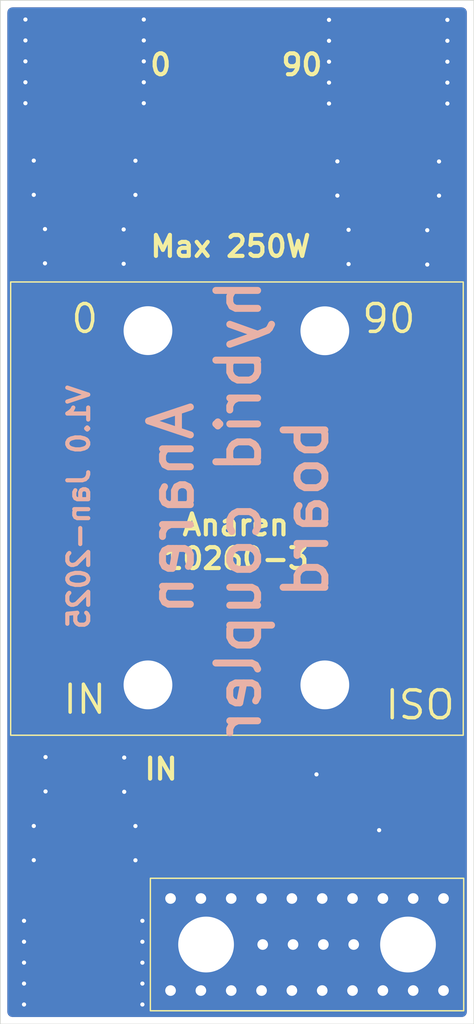
<source format=kicad_pcb>
(kicad_pcb (version 20240108) (generator "pcbnew") (generator_version "8.0")
  (layers (0 "F.Cu" signal) (31 "B.Cu" signal) (34 "B.Paste" user) (35 "F.Paste" user) (36 "B.SilkS" user "B.Silkscreen") (37 "F.SilkS" user "F.Silkscreen") (38 "B.Mask" user) (39 "F.Mask" user) (44 "Edge.Cuts" user))
  (net 0 "")
  (net 1 "GND")
  (net 2 "Net-(J0-In)")
  (net 3 "Net-(J90-In)")
  (net 4 "Net-(JIn1-In)")
  (net 5 "Net-(U1-ISO)")
  (footprint "Footprints:Anaren 10260-3" (layer "F.Cu") (at 148.7 101.6925)
    (property "Reference" "U1" (hide yes))
    (property "Value" "~" (hide yes))
    (fp_rect (start -17.16 -16.5) (end 15.34 16) (stroke (width 0.1)) (fill none) (layer "F.SilkS"))
    (fp_text user "ISO" (at 9.6 15 0) (layer "F.SilkS") (effects (font (size 2 2) (thickness 0.25)) (justify left bottom)))
    (fp_text user "90" (at 7.930238 -12.7 0) (layer "F.SilkS") (effects (font (size 2 2) (thickness 0.25)) (justify left bottom)))
    (fp_text user "IN" (at -13.528809 14.6 0) (layer "F.SilkS") (effects (font (size 2 2) (thickness 0.25)) (justify left bottom)))
    (fp_text user "0" (at -12.957381 -12.7 0) (layer "F.SilkS") (effects (font (size 2 2) (thickness 0.25)) (justify left bottom)))
    (pad "1" smd rect (at -11.86 -19 270) (size 3 3) (layers "F.Cu" "F.Paste" "F.Mask") (net 2 "Net-(J0-In)"))
    (pad "2" smd rect (at 9.96 -19 270) (size 3 3) (layers "F.Cu" "F.Paste" "F.Mask") (net 3 "Net-(J90-In)"))
    (pad "3" smd rect (at -11.86 18.5 270) (size 3 3) (layers "F.Cu" "F.Paste" "F.Mask") (net 4 "Net-(JIn1-In)"))
    (pad "4" smd rect (at 10 18.5 270) (size 3 3) (layers "F.Cu" "F.Paste" "F.Mask") (net 5 "Net-(U1-ISO)"))
    (pad "5" thru_hole circle (at -7.3 -13.01) (size 5 5) (drill 3.5) (layers "*.Cu" "*.Mask") (net 1 "GND"))
    (pad "5" thru_hole circle (at -7.3 12.39) (size 5 5) (drill 3.5) (layers "*.Cu" "*.Mask") (net 1 "GND"))
    (pad "5" thru_hole circle (at 5.4 -13) (size 5 5) (drill 3.5) (layers "*.Cu" "*.Mask") (net 1 "GND"))
    (pad "5" thru_hole circle (at 5.4 12.39) (size 5 5) (drill 3.5) (layers "*.Cu" "*.Mask") (net 1 "GND"))
  )
  (footprint "Footprints:Wire connector" (layer "F.Cu") (at 136.84 129.5 -90)
    (property "Reference" "JIn1" (hide yes))
    (property "Value" "~" (hide yes))
    (pad "1" smd rect (at -4 0 180) (size 4 4) (layers "F.Cu" "F.Paste" "F.Mask") (net 4 "Net-(JIn1-In)"))
    (pad "2" smd rect (at 4.5 0.1 180) (size 7 7) (layers "F.Cu" "F.Paste" "F.Mask") (net 1 "GND"))
  )
  (footprint "Footprints:G150N" (layer "F.Cu") (at 152.822223 133.25)
    (property "Reference" "R1" (hide yes))
    (property "Value" "G150N" (hide yes))
    (fp_rect (start -11.25 -5.3) (end 11.25 4.2) (stroke (width 0.1)) (fill none) (layer "F.SilkS"))
    (pad "1" smd rect (at 0 -8 270) (size 3 3) (layers "F.Cu" "F.Paste" "F.Mask") (net 5 "Net-(U1-ISO)"))
    (pad "2" thru_hole circle (at -9.8 -3.85) (size 1.524 1.524) (drill 0.762) (layers "*.Cu" "*.Mask") (net 1 "GND"))
    (pad "2" thru_hole circle (at -9.8 2.75) (size 1.524 1.524) (drill 0.762) (layers "*.Cu" "*.Mask") (net 1 "GND"))
    (pad "2" thru_hole circle (at -7.622223 -3.85) (size 1.524 1.524) (drill 0.762) (layers "*.Cu" "*.Mask") (net 1 "GND"))
    (pad "2" thru_hole circle (at -7.622223 2.75) (size 1.524 1.524) (drill 0.762) (layers "*.Cu" "*.Mask") (net 1 "GND"))
    (pad "2" thru_hole circle (at -7.25 -0.55 270) (size 5 5) (drill 4) (layers "*.Cu" "*.Mask") (net 1 "GND"))
    (pad "2" thru_hole circle (at -5.444446 -3.85) (size 1.524 1.524) (drill 0.762) (layers "*.Cu" "*.Mask") (net 1 "GND"))
    (pad "2" thru_hole circle (at -5.444446 2.75) (size 1.524 1.524) (drill 0.762) (layers "*.Cu" "*.Mask") (net 1 "GND"))
    (pad "2" thru_hole circle (at -3.266669 -3.85) (size 1.524 1.524) (drill 0.762) (layers "*.Cu" "*.Mask") (net 1 "GND"))
    (pad "2" thru_hole circle (at -3.266669 2.75) (size 1.524 1.524) (drill 0.762) (layers "*.Cu" "*.Mask") (net 1 "GND"))
    (pad "2" thru_hole circle (at -3.183331 -0.55) (size 1.524 1.524) (drill 0.762) (layers "*.Cu" "*.Mask") (net 1 "GND"))
    (pad "2" thru_hole circle (at -1.088892 -3.85) (size 1.524 1.524) (drill 0.762) (layers "*.Cu" "*.Mask") (net 1 "GND"))
    (pad "2" thru_hole circle (at -1.088892 2.75) (size 1.524 1.524) (drill 0.762) (layers "*.Cu" "*.Mask") (net 1 "GND"))
    (pad "2" thru_hole circle (at -1.005554 -0.55) (size 1.524 1.524) (drill 0.762) (layers "*.Cu" "*.Mask") (net 1 "GND"))
    (pad "2" smd rect (at 0 -0.3 270) (size 8.9 22.249996) (layers "F.Cu" "F.Mask") (net 1 "GND"))
    (pad "2" smd rect (at 0 -0.3 270) (size 8.9 22.249996) (layers "B.Cu" "B.Mask") (net 1 "GND"))
    (pad "2" thru_hole circle (at 1.088885 -3.85) (size 1.524 1.524) (drill 0.762) (layers "*.Cu" "*.Mask") (net 1 "GND"))
    (pad "2" thru_hole circle (at 1.088885 2.75) (size 1.524 1.524) (drill 0.762) (layers "*.Cu" "*.Mask") (net 1 "GND"))
    (pad "2" thru_hole circle (at 1.172223 -0.55) (size 1.524 1.524) (drill 0.762) (layers "*.Cu" "*.Mask") (net 1 "GND"))
    (pad "2" thru_hole circle (at 3.266662 -3.85) (size 1.524 1.524) (drill 0.762) (layers "*.Cu" "*.Mask") (net 1 "GND"))
    (pad "2" thru_hole circle (at 3.266662 2.75) (size 1.524 1.524) (drill 0.762) (layers "*.Cu" "*.Mask") (net 1 "GND"))
    (pad "2" thru_hole circle (at 3.35 -0.55) (size 1.524 1.524) (drill 0.762) (layers "*.Cu" "*.Mask") (net 1 "GND"))
    (pad "2" thru_hole circle (at 5.444439 -3.85) (size 1.524 1.524) (drill 0.762) (layers "*.Cu" "*.Mask") (net 1 "GND"))
    (pad "2" thru_hole circle (at 5.444439 2.75) (size 1.524 1.524) (drill 0.762) (layers "*.Cu" "*.Mask") (net 1 "GND"))
    (pad "2" thru_hole circle (at 7.25 -0.55 270) (size 5 5) (drill 4) (layers "*.Cu" "*.Mask") (net 1 "GND"))
    (pad "2" thru_hole circle (at 7.622216 -3.85) (size 1.524 1.524) (drill 0.762) (layers "*.Cu" "*.Mask") (net 1 "GND"))
    (pad "2" thru_hole circle (at 7.622216 2.75) (size 1.524 1.524) (drill 0.762) (layers "*.Cu" "*.Mask") (net 1 "GND"))
    (pad "2" thru_hole circle (at 9.8 -3.85) (size 1.524 1.524) (drill 0.762) (layers "*.Cu" "*.Mask") (net 1 "GND"))
    (pad "2" thru_hole circle (at 9.8 2.75) (size 1.524 1.524) (drill 0.762) (layers "*.Cu" "*.Mask") (net 1 "GND"))
  )
  (footprint "Footprints:Wire connector" (layer "F.Cu") (at 158.66 74 90)
    (property "Reference" "J90" (hide yes))
    (property "Value" "~" (hide yes))
    (pad "1" smd rect (at -4 0) (size 4 4) (layers "F.Cu" "F.Paste" "F.Mask") (net 3 "Net-(J90-In)"))
    (pad "2" smd rect (at 4.5 0.1) (size 7 7) (layers "F.Cu" "F.Paste" "F.Mask") (net 1 "GND"))
  )
  (footprint "Footprints:Wire connector" (layer "F.Cu") (at 136.84 74 90)
    (property "Reference" "J0" (hide yes))
    (property "Value" "~" (hide yes))
    (pad "1" smd rect (at -4 0) (size 4 4) (layers "F.Cu" "F.Paste" "F.Mask") (net 2 "Net-(J0-In)"))
    (pad "2" smd rect (at 4.5 0.1) (size 7 7) (layers "F.Cu" "F.Paste" "F.Mask") (net 1 "GND"))
  )
  (gr_rect (start 130.8 65) (end 164.8 138.4) (stroke (width 0.05)) (fill none) (layer "Edge.Cuts"))
  (gr_text "Anaren\nhybrid coupler\nboard" (at 154.497332 101.4425 90) (layer "B.SilkS") (effects (font (size 3 3) (thickness 0.5) (bold yes)) (justify bottom mirror)))
  (gr_text "V1.0 Jan-2025" (at 137.308 92.428216 90) (layer "B.SilkS") (effects (font (size 1.5 1.5) (thickness 0.3) (bold yes)) (justify left bottom mirror)))
  (gr_text "Anaren\n10260-3" (at 147.7 105.903458 0) (layer "F.SilkS") (effects (font (size 1.5 1.5) (thickness 0.3) (bold yes)) (justify bottom)))
  (gr_text "Max 250W" (at 141.418 83.52 0) (layer "F.SilkS") (effects (font (size 1.5 1.5) (thickness 0.3) (bold yes)) (justify left bottom)))
  (gr_text "0       90" (at 141.4 70.496 0) (layer "F.SilkS") (effects (font (size 1.5 1.5) (thickness 0.3) (bold yes)) (justify left bottom)))
  (gr_text "IN" (at 141 121 0) (layer "F.SilkS") (effects (font (size 1.5 1.5) (thickness 0.3) (bold yes)) (justify left bottom)))
  (via (at 162.9 66.4) (size 0.6) (drill 0.3) (layers "F.Cu" "B.Cu") (net 1))
  (via (at 132.5 135.5) (size 0.6) (drill 0.3) (layers "F.Cu" "B.Cu") (net 1))
  (via (at 141 134) (size 0.6) (drill 0.3) (layers "F.Cu" "B.Cu") (net 1))
  (via (at 161.455 81.480374) (size 0.6) (drill 0.3) (layers "F.Cu" "B.Cu") (net 1))
  (via (at 140.5 78.94975) (size 0.6) (drill 0.3) (layers "F.Cu" "B.Cu") (net 1))
  (via (at 155.805 83.909374) (size 0.6) (drill 0.3) (layers "F.Cu" "B.Cu") (net 1))
  (via (at 132.5 137) (size 0.6) (drill 0.3) (layers "F.Cu" "B.Cu") (net 1))
  (via (at 132.5 134) (size 0.6) (drill 0.3) (layers "F.Cu" "B.Cu") (net 1))
  (via (at 133.2 124.2) (size 0.6) (drill 0.3) (layers "F.Cu" "B.Cu") (net 1))
  (via (at 133.2 126.64975) (size 0.6) (drill 0.3) (layers "F.Cu" "B.Cu") (net 1))
  (via (at 162.9 69.4) (size 0.6) (drill 0.3) (layers "F.Cu" "B.Cu") (net 1))
  (via (at 154.4 67.9) (size 0.6) (drill 0.3) (layers "F.Cu" "B.Cu") (net 1))
  (via (at 133.2 78.946126) (size 0.6) (drill 0.3) (layers "F.Cu" "B.Cu") (net 1))
  (via (at 133.2 76.491439) (size 0.6) (drill 0.3) (layers "F.Cu" "B.Cu") (net 1))
  (via (at 162.3 79.003624) (size 0.6) (drill 0.3) (layers "F.Cu" "B.Cu") (net 1))
  (via (at 155 76.545313) (size 0.6) (drill 0.3) (layers "F.Cu" "B.Cu") (net 1))
  (via (at 141.1 69.375) (size 0.6) (drill 0.3) (layers "F.Cu" "B.Cu") (net 1))
  (via (at 154.4 72.4) (size 0.6) (drill 0.3) (layers "F.Cu" "B.Cu") (net 1))
  (via (at 134.005 81.400813) (size 0.6) (drill 0.3) (layers "F.Cu" "B.Cu") (net 1))
  (via (at 141 137) (size 0.6) (drill 0.3) (layers "F.Cu" "B.Cu") (net 1))
  (via (at 162.9 67.9) (size 0.6) (drill 0.3) (layers "F.Cu" "B.Cu") (net 1))
  (via (at 139.695 119.29425) (size 0.6) (drill 0.3) (layers "F.Cu" "B.Cu") (net 1))
  (via (at 141 131) (size 0.6) (drill 0.3) (layers "F.Cu" "B.Cu") (net 1))
  (via (at 141.1 70.875) (size 0.6) (drill 0.3) (layers "F.Cu" "B.Cu") (net 1))
  (via (at 140.5 126.658311) (size 0.6) (drill 0.3) (layers "F.Cu" "B.Cu") (net 1))
  (via (at 162.9 70.9) (size 0.6) (drill 0.3) (layers "F.Cu" "B.Cu") (net 1))
  (via (at 155 79) (size 0.6) (drill 0.3) (layers "F.Cu" "B.Cu") (net 1))
  (via (at 134.045 119.26) (size 0.6) (drill 0.3) (layers "F.Cu" "B.Cu") (net 1))
  (via (at 132.6 67.875) (size 0.6) (drill 0.3) (layers "F.Cu" "B.Cu") (net 1))
  (via (at 134.045 121.72325) (size 0.6) (drill 0.3) (layers "F.Cu" "B.Cu") (net 1))
  (via (at 141.1 67.875) (size 0.6) (drill 0.3) (layers "F.Cu" "B.Cu") (net 1))
  (via (at 132.6 72.375) (size 0.6) (drill 0.3) (layers "F.Cu" "B.Cu") (net 1))
  (via (at 162.3 76.553874) (size 0.6) (drill 0.3) (layers "F.Cu" "B.Cu") (net 1))
  (via (at 132.6 70.875) (size 0.6) (drill 0.3) (layers "F.Cu" "B.Cu") (net 1))
  (via (at 132.6 69.375) (size 0.6) (drill 0.3) (layers "F.Cu" "B.Cu") (net 1))
  (via (at 132.5 132.5) (size 0.6) (drill 0.3) (layers "F.Cu" "B.Cu") (net 1))
  (via (at 141.1 66.375) (size 0.6) (drill 0.3) (layers "F.Cu" "B.Cu") (net 1))
  (via (at 139.695 121.748937) (size 0.6) (drill 0.3) (layers "F.Cu" "B.Cu") (net 1))
  (via (at 162.9 72.4) (size 0.6) (drill 0.3) (layers "F.Cu" "B.Cu") (net 1))
  (via (at 134.005 83.8555) (size 0.6) (drill 0.3) (layers "F.Cu" "B.Cu") (net 1))
  (via (at 141.1 72.375) (size 0.6) (drill 0.3) (layers "F.Cu" "B.Cu") (net 1))
  (via (at 132.6 66.375) (size 0.6) (drill 0.3) (layers "F.Cu" "B.Cu") (net 1))
  (via (at 140.5 76.5) (size 0.6) (drill 0.3) (layers "F.Cu" "B.Cu") (net 1))
  (via (at 141 132.5) (size 0.6) (drill 0.3) (layers "F.Cu" "B.Cu") (net 1))
  (via (at 153.5 120.5) (size 0.6) (drill 0.3) (layers "F.Cu" "B.Cu") (net 1))
  (via (at 154.4 70.9) (size 0.6) (drill 0.3) (layers "F.Cu" "B.Cu") (net 1))
  (via (at 158 124.5) (size 0.6) (drill 0.3) (layers "F.Cu" "B.Cu") (net 1))
  (via (at 139.655 81.4265) (size 0.6) (drill 0.3) (layers "F.Cu" "B.Cu") (net 1))
  (via (at 141 135.5) (size 0.6) (drill 0.3) (layers "F.Cu" "B.Cu") (net 1))
  (via (at 132.5 131) (size 0.6) (drill 0.3) (layers "F.Cu" "B.Cu") (net 1))
  (via (at 161.455 83.943624) (size 0.6) (drill 0.3) (layers "F.Cu" "B.Cu") (net 1))
  (via (at 139.655 83.88975) (size 0.6) (drill 0.3) (layers "F.Cu" "B.Cu") (net 1))
  (via (at 140.5 124.203624) (size 0.6) (drill 0.3) (layers "F.Cu" "B.Cu") (net 1))
  (via (at 155.805 81.454687) (size 0.6) (drill 0.3) (layers "F.Cu" "B.Cu") (net 1))
  (via (at 154.4 66.4) (size 0.6) (drill 0.3) (layers "F.Cu" "B.Cu") (net 1))
  (via (at 154.4 69.4) (size 0.6) (drill 0.3) (layers "F.Cu" "B.Cu") (net 1))
  (segment (start 136.84 78) (end 136.84 82.6925) (width 2.1) (layer "F.Cu") (net 2))
  (segment (start 158.66 78) (end 158.66 82.6925) (width 2.1) (layer "F.Cu") (net 3))
  (segment (start 136.87 119.7225) (end 136.87 125.47) (width 2.1) (layer "F.Cu") (net 4))
  (segment (start 136.84 119.6925) (end 136.87 119.7225) (width 2.1) (layer "F.Cu") (net 4))
  (segment (start 136.87 125.47) (end 136.84 125.5) (width 2.1) (layer "F.Cu") (net 4))
  (segment (start 158.66 119.6925) (end 153.1025 125.25) (width 2.1) (layer "F.Cu") (net 5))
  (segment (start 153.1025 125.25) (end 152.822223 125.25) (width 2.1) (layer "F.Cu") (net 5))
  (zone (net 1) (net_name "GND") (layers "F&B.Cu") (connect_pads yes (clearance 0.75)) (min_thickness 0.75) (fill yes (thermal_gap 0.5) (thermal_bridge_width 0.5))
    (polygon (pts (xy 130.8 65) (xy 164.8 65) (xy 164.8 138.4) (xy 130.8 138.4)))
  )
)
</source>
